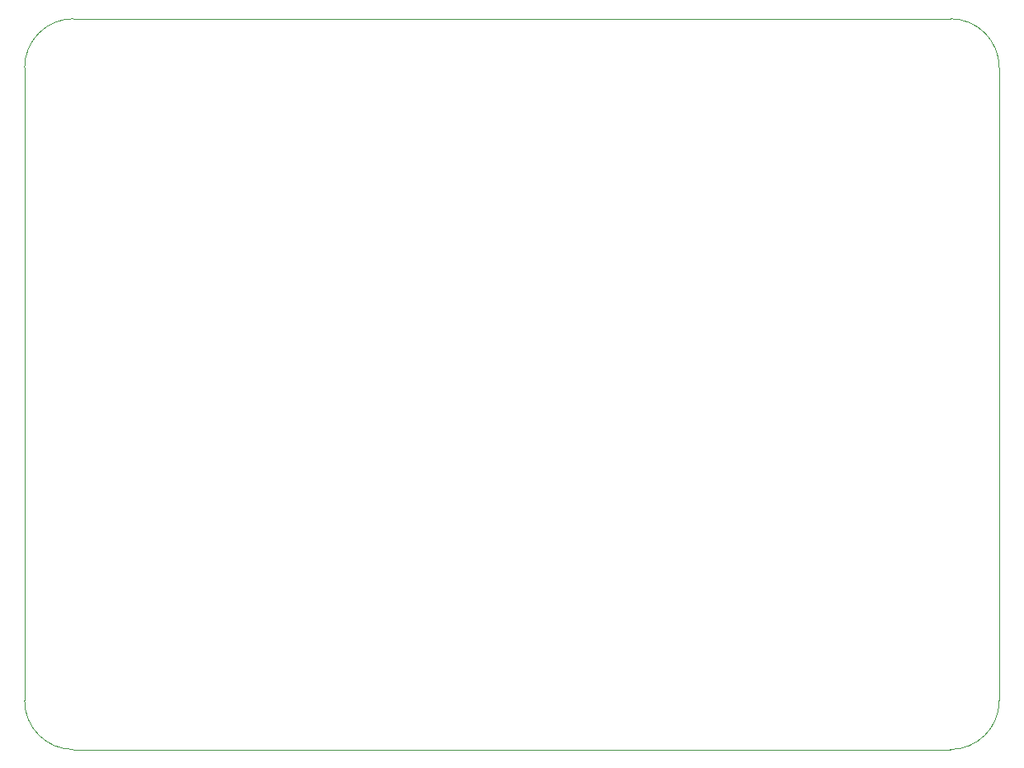
<source format=gm1>
%TF.GenerationSoftware,KiCad,Pcbnew,9.0.5*%
%TF.CreationDate,2025-10-16T12:34:50-04:00*%
%TF.ProjectId,INFERNO,494e4645-524e-44f2-9e6b-696361645f70,rev?*%
%TF.SameCoordinates,Original*%
%TF.FileFunction,Profile,NP*%
%FSLAX46Y46*%
G04 Gerber Fmt 4.6, Leading zero omitted, Abs format (unit mm)*
G04 Created by KiCad (PCBNEW 9.0.5) date 2025-10-16 12:34:50*
%MOMM*%
%LPD*%
G01*
G04 APERTURE LIST*
%TA.AperFunction,Profile*%
%ADD10C,0.050000*%
%TD*%
G04 APERTURE END LIST*
D10*
X135000000Y-80000000D02*
X225000000Y-80000000D01*
X135000000Y-155000000D02*
G75*
G02*
X130000000Y-150000000I0J5000000D01*
G01*
X225000000Y-155000000D02*
X135000000Y-155000000D01*
X225000000Y-80000000D02*
G75*
G02*
X230000000Y-85000000I0J-5000000D01*
G01*
X230000000Y-85000000D02*
X230000000Y-150000000D01*
X130000000Y-85000000D02*
G75*
G02*
X135000000Y-80000000I5000000J0D01*
G01*
X230000000Y-150000000D02*
G75*
G02*
X225000000Y-155000000I-5000000J0D01*
G01*
X130000000Y-150000000D02*
X130000000Y-85000000D01*
M02*

</source>
